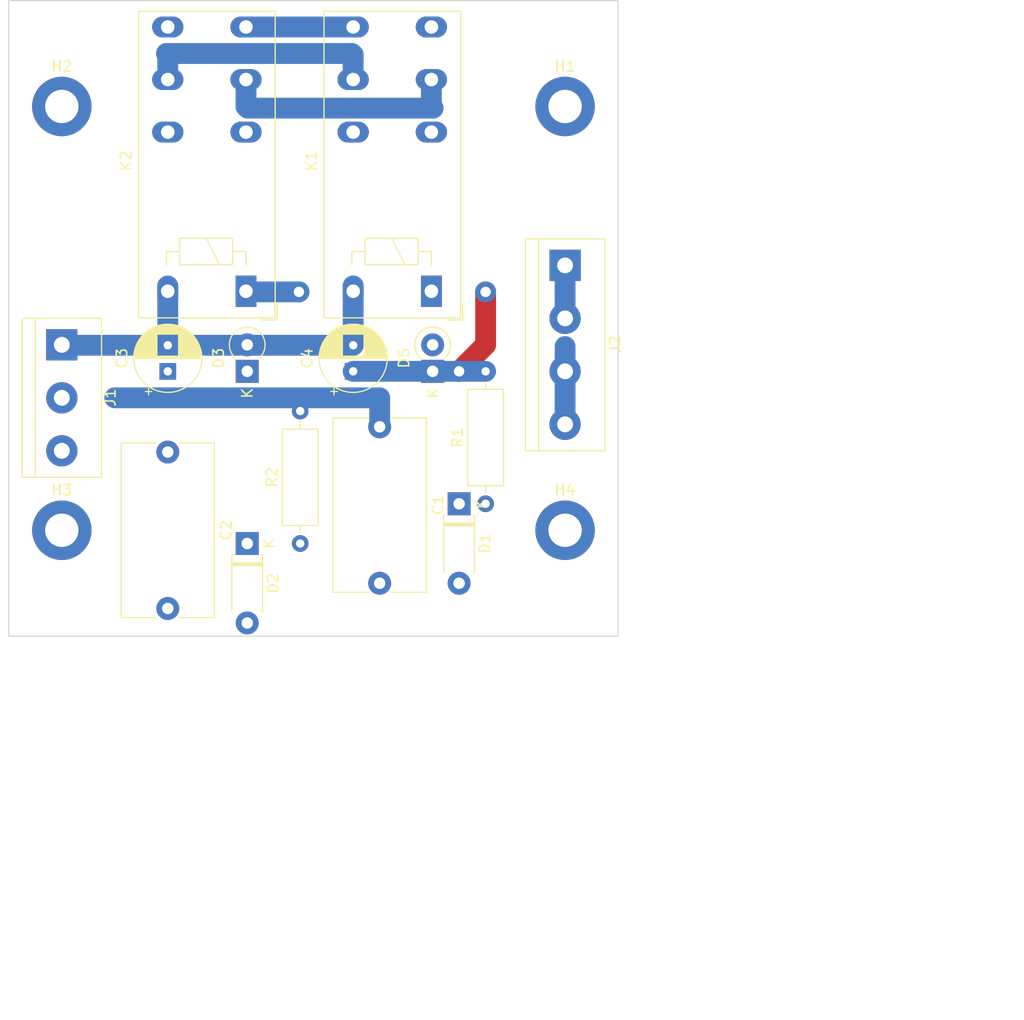
<source format=kicad_pcb>
(kicad_pcb (version 20240108) (generator "pcbnew") (generator_version "8.0")
  (layers (0 "F.Cu" signal) (31 "B.Cu" signal) (34 "B.Paste" user) (35 "F.Paste" user) (36 "B.SilkS" user "B.Silkscreen") (37 "F.SilkS" user "F.Silkscreen") (38 "B.Mask" user) (39 "F.Mask" user) (44 "Edge.Cuts" user))
  (net 0 "")
  (net 1 "/L1_OR_R3_IN")
  (net 2 "/N_IN")
  (net 3 "/E")
  (net 4 "/L1_OR_R3")
  (net 5 "/N")
  (net 10 "Net-(D1-A)")
  (net 11 "Net-(D2-A)")
  (net 12 "/unnulling/CTRL_WRONG")
  (net 13 "/unnulling/CTRL_CORRECT")
  (net 14 "Net-(D1-K)")
  (net 15 "Net-(D2-K)")
  (footprint "Relay_THT:Relay_DPDT_Schrack-RT2-FormC_RM5mm" (layer "F.Cu") (at 83.7 58.36 90)
    (property "Reference" "K1" (at 12.5 -11.5 90) (layer "F.SilkS"))
    (property "Value" "RT424048")
    (pad "11" thru_hole oval (at 20.3 0 270) (size 2 3) (drill 1.3) (layers "*.Cu" "*.Mask" "In1.Cu" "In2.Cu" "In3.Cu" "In4.Cu" "In5.Cu" "In6.Cu" "In7.Cu" "In8.Cu" "In9.Cu" "In10.Cu" "In11.Cu" "In12.Cu" "In13.Cu" "In14.Cu" "In15.Cu" "In16.Cu" "In17.Cu" "In18.Cu" "In19.Cu" "In20.Cu" "In21.Cu" "In22.Cu" "In23.Cu" "In24.Cu" "In25.Cu" "In26.Cu" "In27.Cu" "In28.Cu" "In29.Cu" "In30.Cu") (net 5 "/N"))
    (pad "12" thru_hole oval (at 15.26 0 270) (size 2 3) (drill 1.3) (layers "*.Cu" "*.Mask" "In1.Cu" "In2.Cu" "In3.Cu" "In4.Cu" "In5.Cu" "In6.Cu" "In7.Cu" "In8.Cu" "In9.Cu" "In10.Cu" "In11.Cu" "In12.Cu" "In13.Cu" "In14.Cu" "In15.Cu" "In16.Cu" "In17.Cu" "In18.Cu" "In19.Cu" "In20.Cu" "In21.Cu" "In22.Cu" "In23.Cu" "In24.Cu" "In25.Cu" "In26.Cu" "In27.Cu" "In28.Cu" "In29.Cu" "In30.Cu"))
    (pad "14" thru_hole oval (at 25.34 0 270) (size 2 3) (drill 1.3) (layers "*.Cu" "*.Mask" "In1.Cu" "In2.Cu" "In3.Cu" "In4.Cu" "In5.Cu" "In6.Cu" "In7.Cu" "In8.Cu" "In9.Cu" "In10.Cu" "In11.Cu" "In12.Cu" "In13.Cu" "In14.Cu" "In15.Cu" "In16.Cu" "In17.Cu" "In18.Cu" "In19.Cu" "In20.Cu" "In21.Cu" "In22.Cu" "In23.Cu" "In24.Cu" "In25.Cu" "In26.Cu" "In27.Cu" "In28.Cu" "In29.Cu" "In30.Cu") (net 2 "/N_IN"))
    (pad "21" thru_hole oval (at 20.3 -7.5 270) (size 2 3) (drill 1.3) (layers "*.Cu" "*.Mask" "In1.Cu" "In2.Cu" "In3.Cu" "In4.Cu" "In5.Cu" "In6.Cu" "In7.Cu" "In8.Cu" "In9.Cu" "In10.Cu" "In11.Cu" "In12.Cu" "In13.Cu" "In14.Cu" "In15.Cu" "In16.Cu" "In17.Cu" "In18.Cu" "In19.Cu" "In20.Cu" "In21.Cu" "In22.Cu" "In23.Cu" "In24.Cu" "In25.Cu" "In26.Cu" "In27.Cu" "In28.Cu" "In29.Cu" "In30.Cu") (net 4 "/L1_OR_R3"))
    (pad "22" thru_hole oval (at 15.26 -7.5 270) (size 2 3) (drill 1.3) (layers "*.Cu" "*.Mask" "In1.Cu" "In2.Cu" "In3.Cu" "In4.Cu" "In5.Cu" "In6.Cu" "In7.Cu" "In8.Cu" "In9.Cu" "In10.Cu" "In11.Cu" "In12.Cu" "In13.Cu" "In14.Cu" "In15.Cu" "In16.Cu" "In17.Cu" "In18.Cu" "In19.Cu" "In20.Cu" "In21.Cu" "In22.Cu" "In23.Cu" "In24.Cu" "In25.Cu" "In26.Cu" "In27.Cu" "In28.Cu" "In29.Cu" "In30.Cu"))
    (pad "24" thru_hole oval (at 25.34 -7.5 270) (size 2 3) (drill 1.3) (layers "*.Cu" "*.Mask" "In1.Cu" "In2.Cu" "In3.Cu" "In4.Cu" "In5.Cu" "In6.Cu" "In7.Cu" "In8.Cu" "In9.Cu" "In10.Cu" "In11.Cu" "In12.Cu" "In13.Cu" "In14.Cu" "In15.Cu" "In16.Cu" "In17.Cu" "In18.Cu" "In19.Cu" "In20.Cu" "In21.Cu" "In22.Cu" "In23.Cu" "In24.Cu" "In25.Cu" "In26.Cu" "In27.Cu" "In28.Cu" "In29.Cu" "In30.Cu") (net 1 "/L1_OR_R3_IN"))
    (pad "A1" thru_hole rect (at 0 0 270) (size 3 2) (drill 1.3) (layers "*.Cu" "*.Mask" "In1.Cu" "In2.Cu" "In3.Cu" "In4.Cu" "In5.Cu" "In6.Cu" "In7.Cu" "In8.Cu" "In9.Cu" "In10.Cu" "In11.Cu" "In12.Cu" "In13.Cu" "In14.Cu" "In15.Cu" "In16.Cu" "In17.Cu" "In18.Cu" "In19.Cu" "In20.Cu" "In21.Cu" "In22.Cu" "In23.Cu" "In24.Cu" "In25.Cu" "In26.Cu" "In27.Cu" "In28.Cu" "In29.Cu" "In30.Cu") (net 13 "/unnulling/CTRL_CORRECT"))
    (pad "A2" thru_hole oval (at 0 -7.5 270) (size 3 2) (drill 1.3) (layers "*.Cu" "*.Mask" "In1.Cu" "In2.Cu" "In3.Cu" "In4.Cu" "In5.Cu" "In6.Cu" "In7.Cu" "In8.Cu" "In9.Cu" "In10.Cu" "In11.Cu" "In12.Cu" "In13.Cu" "In14.Cu" "In15.Cu" "In16.Cu" "In17.Cu" "In18.Cu" "In19.Cu" "In20.Cu" "In21.Cu" "In22.Cu" "In23.Cu" "In24.Cu" "In25.Cu" "In26.Cu" "In27.Cu" "In28.Cu" "In29.Cu" "In30.Cu") (net 3 "/E"))
  )
  (footprint "Resistor_THT:R_Axial_DIN0309_L9.0mm_D3.2mm_P12.70mm_Horizontal" (layer "F.Cu") (at 88.9 78.74 90)
    (property "Reference" "R1" (at 6.35 -2.72 90) (layer "F.SilkS"))
    (property "Value" "100 1W")
    (pad "1" thru_hole circle (at 0 0 90) (size 1.6 1.6) (drill 0.8) (layers "*.Cu" "*.Mask" "In1.Cu" "In2.Cu" "In3.Cu" "In4.Cu" "In5.Cu" "In6.Cu" "In7.Cu" "In8.Cu" "In9.Cu" "In10.Cu" "In11.Cu" "In12.Cu" "In13.Cu" "In14.Cu" "In15.Cu" "In16.Cu" "In17.Cu" "In18.Cu" "In19.Cu" "In20.Cu" "In21.Cu" "In22.Cu" "In23.Cu" "In24.Cu" "In25.Cu" "In26.Cu" "In27.Cu" "In28.Cu" "In29.Cu" "In30.Cu") (net 14 "Net-(D1-K)"))
    (pad "2" thru_hole oval (at 12.7 0 90) (size 1.6 1.6) (drill 0.8) (layers "*.Cu" "*.Mask" "In1.Cu" "In2.Cu" "In3.Cu" "In4.Cu" "In5.Cu" "In6.Cu" "In7.Cu" "In8.Cu" "In9.Cu" "In10.Cu" "In11.Cu" "In12.Cu" "In13.Cu" "In14.Cu" "In15.Cu" "In16.Cu" "In17.Cu" "In18.Cu" "In19.Cu" "In20.Cu" "In21.Cu" "In22.Cu" "In23.Cu" "In24.Cu" "In25.Cu" "In26.Cu" "In27.Cu" "In28.Cu" "In29.Cu" "In30.Cu") (net 13 "/unnulling/CTRL_CORRECT"))
  )
  (footprint "Capacitor_THT:CP_Radial_D6.3mm_P2.50mm" (layer "F.Cu") (at 58.42 66.04 90)
    (property "Reference" "C3" (at 1.25 -4.4 90) (layer "F.SilkS"))
    (property "Value" "47micro 63V")
    (pad "1" thru_hole rect (at 0 0 90) (size 1.6 1.6) (drill 0.8) (layers "*.Cu" "*.Mask" "In1.Cu" "In2.Cu" "In3.Cu" "In4.Cu" "In5.Cu" "In6.Cu" "In7.Cu" "In8.Cu" "In9.Cu" "In10.Cu" "In11.Cu" "In12.Cu" "In13.Cu" "In14.Cu" "In15.Cu" "In16.Cu" "In17.Cu" "In18.Cu" "In19.Cu" "In20.Cu" "In21.Cu" "In22.Cu" "In23.Cu" "In24.Cu" "In25.Cu" "In26.Cu" "In27.Cu" "In28.Cu" "In29.Cu" "In30.Cu") (net 12 "/unnulling/CTRL_WRONG"))
    (pad "2" thru_hole circle (at 2.5 0 90) (size 1.6 1.6) (drill 0.8) (layers "*.Cu" "*.Mask" "In1.Cu" "In2.Cu" "In3.Cu" "In4.Cu" "In5.Cu" "In6.Cu" "In7.Cu" "In8.Cu" "In9.Cu" "In10.Cu" "In11.Cu" "In12.Cu" "In13.Cu" "In14.Cu" "In15.Cu" "In16.Cu" "In17.Cu" "In18.Cu" "In19.Cu" "In20.Cu" "In21.Cu" "In22.Cu" "In23.Cu" "In24.Cu" "In25.Cu" "In26.Cu" "In27.Cu" "In28.Cu" "In29.Cu" "In30.Cu") (net 3 "/E"))
  )
  (footprint "Capacitor_THT:CP_Radial_D6.3mm_P2.50mm" (layer "F.Cu") (at 76.2 66.04 90)
    (property "Reference" "C4" (at 1.25 -4.4 90) (layer "F.SilkS"))
    (property "Value" "47u 63V")
    (pad "1" thru_hole rect (at 0 0 90) (size 1.6 1.6) (drill 0.8) (layers "*.Cu" "*.Mask" "In1.Cu" "In2.Cu" "In3.Cu" "In4.Cu" "In5.Cu" "In6.Cu" "In7.Cu" "In8.Cu" "In9.Cu" "In10.Cu" "In11.Cu" "In12.Cu" "In13.Cu" "In14.Cu" "In15.Cu" "In16.Cu" "In17.Cu" "In18.Cu" "In19.Cu" "In20.Cu" "In21.Cu" "In22.Cu" "In23.Cu" "In24.Cu" "In25.Cu" "In26.Cu" "In27.Cu" "In28.Cu" "In29.Cu" "In30.Cu") (net 13 "/unnulling/CTRL_CORRECT"))
    (pad "2" thru_hole circle (at 2.5 0 90) (size 1.6 1.6) (drill 0.8) (layers "*.Cu" "*.Mask" "In1.Cu" "In2.Cu" "In3.Cu" "In4.Cu" "In5.Cu" "In6.Cu" "In7.Cu" "In8.Cu" "In9.Cu" "In10.Cu" "In11.Cu" "In12.Cu" "In13.Cu" "In14.Cu" "In15.Cu" "In16.Cu" "In17.Cu" "In18.Cu" "In19.Cu" "In20.Cu" "In21.Cu" "In22.Cu" "In23.Cu" "In24.Cu" "In25.Cu" "In26.Cu" "In27.Cu" "In28.Cu" "In29.Cu" "In30.Cu") (net 3 "/E"))
  )
  (footprint "TerminalBlock:TerminalBlock_bornier-3_P5.08mm" (layer "F.Cu") (at 48.26 63.5 -90)
    (property "Reference" "J1" (at 5.05 -4.65 90) (layer "F.SilkS"))
    (property "Value" "Screw_Terminal_01x03")
    (pad "1" thru_hole rect (at 0 0 270) (size 3 3) (drill 1.52) (layers "*.Cu" "*.Mask" "In1.Cu" "In2.Cu" "In3.Cu" "In4.Cu" "In5.Cu" "In6.Cu" "In7.Cu" "In8.Cu" "In9.Cu" "In10.Cu" "In11.Cu" "In12.Cu" "In13.Cu" "In14.Cu" "In15.Cu" "In16.Cu" "In17.Cu" "In18.Cu" "In19.Cu" "In20.Cu" "In21.Cu" "In22.Cu" "In23.Cu" "In24.Cu" "In25.Cu" "In26.Cu" "In27.Cu" "In28.Cu" "In29.Cu" "In30.Cu") (net 3 "/E"))
    (pad "2" thru_hole circle (at 5.08 0 270) (size 3 3) (drill 1.52) (layers "*.Cu" "*.Mask" "In1.Cu" "In2.Cu" "In3.Cu" "In4.Cu" "In5.Cu" "In6.Cu" "In7.Cu" "In8.Cu" "In9.Cu" "In10.Cu" "In11.Cu" "In12.Cu" "In13.Cu" "In14.Cu" "In15.Cu" "In16.Cu" "In17.Cu" "In18.Cu" "In19.Cu" "In20.Cu" "In21.Cu" "In22.Cu" "In23.Cu" "In24.Cu" "In25.Cu" "In26.Cu" "In27.Cu" "In28.Cu" "In29.Cu" "In30.Cu") (net 1 "/L1_OR_R3_IN"))
    (pad "3" thru_hole circle (at 10.16 0 270) (size 3 3) (drill 1.52) (layers "*.Cu" "*.Mask" "In1.Cu" "In2.Cu" "In3.Cu" "In4.Cu" "In5.Cu" "In6.Cu" "In7.Cu" "In8.Cu" "In9.Cu" "In10.Cu" "In11.Cu" "In12.Cu" "In13.Cu" "In14.Cu" "In15.Cu" "In16.Cu" "In17.Cu" "In18.Cu" "In19.Cu" "In20.Cu" "In21.Cu" "In22.Cu" "In23.Cu" "In24.Cu" "In25.Cu" "In26.Cu" "In27.Cu" "In28.Cu" "In29.Cu" "In30.Cu") (net 2 "/N_IN"))
  )
  (footprint "Capacitor_THT:C_Rect_L16.5mm_W8.7mm_P15.00mm_MKT" (layer "F.Cu") (at 58.42 73.78 -90)
    (property "Reference" "C2" (at 7.5 -5.6 90) (layer "F.SilkS"))
    (property "Value" "220n 310V X2")
    (pad "1" thru_hole circle (at 0 0 270) (size 2.2 2.2) (drill 1.1) (layers "*.Cu" "*.Mask" "In1.Cu" "In2.Cu" "In3.Cu" "In4.Cu" "In5.Cu" "In6.Cu" "In7.Cu" "In8.Cu" "In9.Cu" "In10.Cu" "In11.Cu" "In12.Cu" "In13.Cu" "In14.Cu" "In15.Cu" "In16.Cu" "In17.Cu" "In18.Cu" "In19.Cu" "In20.Cu" "In21.Cu" "In22.Cu" "In23.Cu" "In24.Cu" "In25.Cu" "In26.Cu" "In27.Cu" "In28.Cu" "In29.Cu" "In30.Cu") (net 2 "/N_IN"))
    (pad "2" thru_hole circle (at 15 0 270) (size 2.2 2.2) (drill 1.1) (layers "*.Cu" "*.Mask" "In1.Cu" "In2.Cu" "In3.Cu" "In4.Cu" "In5.Cu" "In6.Cu" "In7.Cu" "In8.Cu" "In9.Cu" "In10.Cu" "In11.Cu" "In12.Cu" "In13.Cu" "In14.Cu" "In15.Cu" "In16.Cu" "In17.Cu" "In18.Cu" "In19.Cu" "In20.Cu" "In21.Cu" "In22.Cu" "In23.Cu" "In24.Cu" "In25.Cu" "In26.Cu" "In27.Cu" "In28.Cu" "In29.Cu" "In30.Cu") (net 11 "Net-(D2-A)"))
  )
  (footprint "Diode_THT:D_DO-41_SOD81_P7.62mm_Horizontal" (layer "F.Cu") (at 66.04 82.55 -90)
    (property "Reference" "D2" (at 3.81 -2.47 90) (layer "F.SilkS"))
    (property "Value" "1N4007")
    (fp_text user "K" (at 0 -2.1 90) (layer "F.SilkS"))
    (pad "1" thru_hole rect (at 0 0 270) (size 2.2 2.2) (drill 1.1) (layers "*.Cu" "*.Mask" "In1.Cu" "In2.Cu" "In3.Cu" "In4.Cu" "In5.Cu" "In6.Cu" "In7.Cu" "In8.Cu" "In9.Cu" "In10.Cu" "In11.Cu" "In12.Cu" "In13.Cu" "In14.Cu" "In15.Cu" "In16.Cu" "In17.Cu" "In18.Cu" "In19.Cu" "In20.Cu" "In21.Cu" "In22.Cu" "In23.Cu" "In24.Cu" "In25.Cu" "In26.Cu" "In27.Cu" "In28.Cu" "In29.Cu" "In30.Cu") (net 15 "Net-(D2-K)"))
    (pad "2" thru_hole oval (at 7.62 0 270) (size 2.2 2.2) (drill 1.1) (layers "*.Cu" "*.Mask" "In1.Cu" "In2.Cu" "In3.Cu" "In4.Cu" "In5.Cu" "In6.Cu" "In7.Cu" "In8.Cu" "In9.Cu" "In10.Cu" "In11.Cu" "In12.Cu" "In13.Cu" "In14.Cu" "In15.Cu" "In16.Cu" "In17.Cu" "In18.Cu" "In19.Cu" "In20.Cu" "In21.Cu" "In22.Cu" "In23.Cu" "In24.Cu" "In25.Cu" "In26.Cu" "In27.Cu" "In28.Cu" "In29.Cu" "In30.Cu") (net 11 "Net-(D2-A)"))
  )
  (footprint "Resistor_THT:R_Axial_DIN0309_L9.0mm_D3.2mm_P12.70mm_Horizontal" (layer "F.Cu") (at 71.12 82.55 90)
    (property "Reference" "R2" (at 6.35 -2.72 90) (layer "F.SilkS"))
    (property "Value" "100 1W")
    (pad "1" thru_hole circle (at 0 0 90) (size 1.6 1.6) (drill 0.8) (layers "*.Cu" "*.Mask" "In1.Cu" "In2.Cu" "In3.Cu" "In4.Cu" "In5.Cu" "In6.Cu" "In7.Cu" "In8.Cu" "In9.Cu" "In10.Cu" "In11.Cu" "In12.Cu" "In13.Cu" "In14.Cu" "In15.Cu" "In16.Cu" "In17.Cu" "In18.Cu" "In19.Cu" "In20.Cu" "In21.Cu" "In22.Cu" "In23.Cu" "In24.Cu" "In25.Cu" "In26.Cu" "In27.Cu" "In28.Cu" "In29.Cu" "In30.Cu") (net 15 "Net-(D2-K)"))
    (pad "2" thru_hole oval (at 12.7 0 90) (size 1.6 1.6) (drill 0.8) (layers "*.Cu" "*.Mask" "In1.Cu" "In2.Cu" "In3.Cu" "In4.Cu" "In5.Cu" "In6.Cu" "In7.Cu" "In8.Cu" "In9.Cu" "In10.Cu" "In11.Cu" "In12.Cu" "In13.Cu" "In14.Cu" "In15.Cu" "In16.Cu" "In17.Cu" "In18.Cu" "In19.Cu" "In20.Cu" "In21.Cu" "In22.Cu" "In23.Cu" "In24.Cu" "In25.Cu" "In26.Cu" "In27.Cu" "In28.Cu" "In29.Cu" "In30.Cu") (net 12 "/unnulling/CTRL_WRONG"))
  )
  (footprint "Diode_THT:D_DO-41_SOD81_P2.54mm_Vertical_KathodeUp" (layer "F.Cu") (at 83.82 66.04 90)
    (property "Reference" "D5" (at 1.27 -2.750635 90) (layer "F.SilkS"))
    (property "Value" "BZX85C-47")
    (fp_text user "K" (at -2.1 0 90) (layer "F.SilkS"))
    (pad "1" thru_hole rect (at 0 0 90) (size 2.2 2.2) (drill 1.1) (layers "*.Cu" "*.Mask" "In1.Cu" "In2.Cu" "In3.Cu" "In4.Cu" "In5.Cu" "In6.Cu" "In7.Cu" "In8.Cu" "In9.Cu" "In10.Cu" "In11.Cu" "In12.Cu" "In13.Cu" "In14.Cu" "In15.Cu" "In16.Cu" "In17.Cu" "In18.Cu" "In19.Cu" "In20.Cu" "In21.Cu" "In22.Cu" "In23.Cu" "In24.Cu" "In25.Cu" "In26.Cu" "In27.Cu" "In28.Cu" "In29.Cu" "In30.Cu") (net 13 "/unnulling/CTRL_CORRECT"))
    (pad "2" thru_hole oval (at 2.54 0 90) (size 2.2 2.2) (drill 1.1) (layers "*.Cu" "*.Mask" "In1.Cu" "In2.Cu" "In3.Cu" "In4.Cu" "In5.Cu" "In6.Cu" "In7.Cu" "In8.Cu" "In9.Cu" "In10.Cu" "In11.Cu" "In12.Cu" "In13.Cu" "In14.Cu" "In15.Cu" "In16.Cu" "In17.Cu" "In18.Cu" "In19.Cu" "In20.Cu" "In21.Cu" "In22.Cu" "In23.Cu" "In24.Cu" "In25.Cu" "In26.Cu" "In27.Cu" "In28.Cu" "In29.Cu" "In30.Cu") (net 3 "/E"))
  )
  (footprint "Capacitor_THT:C_Rect_L16.5mm_W8.7mm_P15.00mm_MKT" (layer "F.Cu") (at 78.74 71.36 -90)
    (property "Reference" "C1" (at 7.5 -5.6 90) (layer "F.SilkS"))
    (property "Value" "220n 310V X2")
    (pad "1" thru_hole circle (at 0 0 270) (size 2.2 2.2) (drill 1.1) (layers "*.Cu" "*.Mask" "In1.Cu" "In2.Cu" "In3.Cu" "In4.Cu" "In5.Cu" "In6.Cu" "In7.Cu" "In8.Cu" "In9.Cu" "In10.Cu" "In11.Cu" "In12.Cu" "In13.Cu" "In14.Cu" "In15.Cu" "In16.Cu" "In17.Cu" "In18.Cu" "In19.Cu" "In20.Cu" "In21.Cu" "In22.Cu" "In23.Cu" "In24.Cu" "In25.Cu" "In26.Cu" "In27.Cu" "In28.Cu" "In29.Cu" "In30.Cu") (net 1 "/L1_OR_R3_IN"))
    (pad "2" thru_hole circle (at 15 0 270) (size 2.2 2.2) (drill 1.1) (layers "*.Cu" "*.Mask" "In1.Cu" "In2.Cu" "In3.Cu" "In4.Cu" "In5.Cu" "In6.Cu" "In7.Cu" "In8.Cu" "In9.Cu" "In10.Cu" "In11.Cu" "In12.Cu" "In13.Cu" "In14.Cu" "In15.Cu" "In16.Cu" "In17.Cu" "In18.Cu" "In19.Cu" "In20.Cu" "In21.Cu" "In22.Cu" "In23.Cu" "In24.Cu" "In25.Cu" "In26.Cu" "In27.Cu" "In28.Cu" "In29.Cu" "In30.Cu") (net 10 "Net-(D1-A)"))
  )
  (footprint "Relay_THT:Relay_DPDT_Schrack-RT2-FormC_RM5mm" (layer "F.Cu") (at 65.92 58.36 90)
    (property "Reference" "K2" (at 12.5 -11.5 90) (layer "F.SilkS"))
    (property "Value" "RT424048")
    (pad "11" thru_hole oval (at 20.3 0 270) (size 2 3) (drill 1.3) (layers "*.Cu" "*.Mask" "In1.Cu" "In2.Cu" "In3.Cu" "In4.Cu" "In5.Cu" "In6.Cu" "In7.Cu" "In8.Cu" "In9.Cu" "In10.Cu" "In11.Cu" "In12.Cu" "In13.Cu" "In14.Cu" "In15.Cu" "In16.Cu" "In17.Cu" "In18.Cu" "In19.Cu" "In20.Cu" "In21.Cu" "In22.Cu" "In23.Cu" "In24.Cu" "In25.Cu" "In26.Cu" "In27.Cu" "In28.Cu" "In29.Cu" "In30.Cu") (net 5 "/N"))
    (pad "12" thru_hole oval (at 15.26 0 270) (size 2 3) (drill 1.3) (layers "*.Cu" "*.Mask" "In1.Cu" "In2.Cu" "In3.Cu" "In4.Cu" "In5.Cu" "In6.Cu" "In7.Cu" "In8.Cu" "In9.Cu" "In10.Cu" "In11.Cu" "In12.Cu" "In13.Cu" "In14.Cu" "In15.Cu" "In16.Cu" "In17.Cu" "In18.Cu" "In19.Cu" "In20.Cu" "In21.Cu" "In22.Cu" "In23.Cu" "In24.Cu" "In25.Cu" "In26.Cu" "In27.Cu" "In28.Cu" "In29.Cu" "In30.Cu"))
    (pad "14" thru_hole oval (at 25.34 0 270) (size 2 3) (drill 1.3) (layers "*.Cu" "*.Mask" "In1.Cu" "In2.Cu" "In3.Cu" "In4.Cu" "In5.Cu" "In6.Cu" "In7.Cu" "In8.Cu" "In9.Cu" "In10.Cu" "In11.Cu" "In12.Cu" "In13.Cu" "In14.Cu" "In15.Cu" "In16.Cu" "In17.Cu" "In18.Cu" "In19.Cu" "In20.Cu" "In21.Cu" "In22.Cu" "In23.Cu" "In24.Cu" "In25.Cu" "In26.Cu" "In27.Cu" "In28.Cu" "In29.Cu" "In30.Cu") (net 1 "/L1_OR_R3_IN"))
    (pad "21" thru_hole oval (at 20.3 -7.5 270) (size 2 3) (drill 1.3) (layers "*.Cu" "*.Mask" "In1.Cu" "In2.Cu" "In3.Cu" "In4.Cu" "In5.Cu" "In6.Cu" "In7.Cu" "In8.Cu" "In9.Cu" "In10.Cu" "In11.Cu" "In12.Cu" "In13.Cu" "In14.Cu" "In15.Cu" "In16.Cu" "In17.Cu" "In18.Cu" "In19.Cu" "In20.Cu" "In21.Cu" "In22.Cu" "In23.Cu" "In24.Cu" "In25.Cu" "In26.Cu" "In27.Cu" "In28.Cu" "In29.Cu" "In30.Cu") (net 4 "/L1_OR_R3"))
    (pad "22" thru_hole oval (at 15.26 -7.5 270) (size 2 3) (drill 1.3) (layers "*.Cu" "*.Mask" "In1.Cu" "In2.Cu" "In3.Cu" "In4.Cu" "In5.Cu" "In6.Cu" "In7.Cu" "In8.Cu" "In9.Cu" "In10.Cu" "In11.Cu" "In12.Cu" "In13.Cu" "In14.Cu" "In15.Cu" "In16.Cu" "In17.Cu" "In18.Cu" "In19.Cu" "In20.Cu" "In21.Cu" "In22.Cu" "In23.Cu" "In24.Cu" "In25.Cu" "In26.Cu" "In27.Cu" "In28.Cu" "In29.Cu" "In30.Cu"))
    (pad "24" thru_hole oval (at 25.34 -7.5 270) (size 2 3) (drill 1.3) (layers "*.Cu" "*.Mask" "In1.Cu" "In2.Cu" "In3.Cu" "In4.Cu" "In5.Cu" "In6.Cu" "In7.Cu" "In8.Cu" "In9.Cu" "In10.Cu" "In11.Cu" "In12.Cu" "In13.Cu" "In14.Cu" "In15.Cu" "In16.Cu" "In17.Cu" "In18.Cu" "In19.Cu" "In20.Cu" "In21.Cu" "In22.Cu" "In23.Cu" "In24.Cu" "In25.Cu" "In26.Cu" "In27.Cu" "In28.Cu" "In29.Cu" "In30.Cu") (net 2 "/N_IN"))
    (pad "A1" thru_hole rect (at 0 0 270) (size 3 2) (drill 1.3) (layers "*.Cu" "*.Mask" "In1.Cu" "In2.Cu" "In3.Cu" "In4.Cu" "In5.Cu" "In6.Cu" "In7.Cu" "In8.Cu" "In9.Cu" "In10.Cu" "In11.Cu" "In12.Cu" "In13.Cu" "In14.Cu" "In15.Cu" "In16.Cu" "In17.Cu" "In18.Cu" "In19.Cu" "In20.Cu" "In21.Cu" "In22.Cu" "In23.Cu" "In24.Cu" "In25.Cu" "In26.Cu" "In27.Cu" "In28.Cu" "In29.Cu" "In30.Cu") (net 12 "/unnulling/CTRL_WRONG"))
    (pad "A2" thru_hole oval (at 0 -7.5 270) (size 3 2) (drill 1.3) (layers "*.Cu" "*.Mask" "In1.Cu" "In2.Cu" "In3.Cu" "In4.Cu" "In5.Cu" "In6.Cu" "In7.Cu" "In8.Cu" "In9.Cu" "In10.Cu" "In11.Cu" "In12.Cu" "In13.Cu" "In14.Cu" "In15.Cu" "In16.Cu" "In17.Cu" "In18.Cu" "In19.Cu" "In20.Cu" "In21.Cu" "In22.Cu" "In23.Cu" "In24.Cu" "In25.Cu" "In26.Cu" "In27.Cu" "In28.Cu" "In29.Cu" "In30.Cu") (net 3 "/E"))
  )
  (footprint "MountingHole:MountingHole_3.2mm_M3_ISO7380_Pad" (layer "F.Cu") (at 96.52 81.28)
    (property "Reference" "H4" (at 0 -3.85 0) (layer "F.SilkS"))
    (property "Value" "MountingHole")
    (pad "1" thru_hole circle (at 0 0) (size 5.7 5.7) (drill 3.2) (layers "*.Cu" "*.Mask" "In1.Cu" "In2.Cu" "In3.Cu" "In4.Cu" "In5.Cu" "In6.Cu" "In7.Cu" "In8.Cu" "In9.Cu" "In10.Cu" "In11.Cu" "In12.Cu" "In13.Cu" "In14.Cu" "In15.Cu" "In16.Cu" "In17.Cu" "In18.Cu" "In19.Cu" "In20.Cu" "In21.Cu" "In22.Cu" "In23.Cu" "In24.Cu" "In25.Cu" "In26.Cu" "In27.Cu" "In28.Cu" "In29.Cu" "In30.Cu"))
  )
  (footprint "MountingHole:MountingHole_3.2mm_M3_ISO7380_Pad" (layer "F.Cu") (at 96.52 40.64)
    (property "Reference" "H1" (at 0 -3.85 0) (layer "F.SilkS"))
    (property "Value" "MountingHole")
    (pad "1" thru_hole circle (at 0 0) (size 5.7 5.7) (drill 3.2) (layers "*.Cu" "*.Mask" "In1.Cu" "In2.Cu" "In3.Cu" "In4.Cu" "In5.Cu" "In6.Cu" "In7.Cu" "In8.Cu" "In9.Cu" "In10.Cu" "In11.Cu" "In12.Cu" "In13.Cu" "In14.Cu" "In15.Cu" "In16.Cu" "In17.Cu" "In18.Cu" "In19.Cu" "In20.Cu" "In21.Cu" "In22.Cu" "In23.Cu" "In24.Cu" "In25.Cu" "In26.Cu" "In27.Cu" "In28.Cu" "In29.Cu" "In30.Cu"))
  )
  (footprint "MountingHole:MountingHole_3.2mm_M3_ISO7380_Pad" (layer "F.Cu") (at 48.26 40.64)
    (property "Reference" "H2" (at 0 -3.85 0) (layer "F.SilkS"))
    (property "Value" "MountingHole")
    (pad "1" thru_hole circle (at 0 0) (size 5.7 5.7) (drill 3.2) (layers "*.Cu" "*.Mask" "In1.Cu" "In2.Cu" "In3.Cu" "In4.Cu" "In5.Cu" "In6.Cu" "In7.Cu" "In8.Cu" "In9.Cu" "In10.Cu" "In11.Cu" "In12.Cu" "In13.Cu" "In14.Cu" "In15.Cu" "In16.Cu" "In17.Cu" "In18.Cu" "In19.Cu" "In20.Cu" "In21.Cu" "In22.Cu" "In23.Cu" "In24.Cu" "In25.Cu" "In26.Cu" "In27.Cu" "In28.Cu" "In29.Cu" "In30.Cu"))
  )
  (footprint "Diode_THT:D_DO-41_SOD81_P2.54mm_Vertical_KathodeUp" (layer "F.Cu") (at 66.04 66.04 90)
    (property "Reference" "D3" (at 1.27 -2.750635 90) (layer "F.SilkS"))
    (property "Value" "BZX85C-47")
    (fp_text user "K" (at -2.1 0 90) (layer "F.SilkS"))
    (pad "1" thru_hole rect (at 0 0 90) (size 2.2 2.2) (drill 1.1) (layers "*.Cu" "*.Mask" "In1.Cu" "In2.Cu" "In3.Cu" "In4.Cu" "In5.Cu" "In6.Cu" "In7.Cu" "In8.Cu" "In9.Cu" "In10.Cu" "In11.Cu" "In12.Cu" "In13.Cu" "In14.Cu" "In15.Cu" "In16.Cu" "In17.Cu" "In18.Cu" "In19.Cu" "In20.Cu" "In21.Cu" "In22.Cu" "In23.Cu" "In24.Cu" "In25.Cu" "In26.Cu" "In27.Cu" "In28.Cu" "In29.Cu" "In30.Cu") (net 12 "/unnulling/CTRL_WRONG"))
    (pad "2" thru_hole oval (at 2.54 0 90) (size 2.2 2.2) (drill 1.1) (layers "*.Cu" "*.Mask" "In1.Cu" "In2.Cu" "In3.Cu" "In4.Cu" "In5.Cu" "In6.Cu" "In7.Cu" "In8.Cu" "In9.Cu" "In10.Cu" "In11.Cu" "In12.Cu" "In13.Cu" "In14.Cu" "In15.Cu" "In16.Cu" "In17.Cu" "In18.Cu" "In19.Cu" "In20.Cu" "In21.Cu" "In22.Cu" "In23.Cu" "In24.Cu" "In25.Cu" "In26.Cu" "In27.Cu" "In28.Cu" "In29.Cu" "In30.Cu") (net 3 "/E"))
  )
  (footprint "TerminalBlock:TerminalBlock_bornier-4_P5.08mm" (layer "F.Cu") (at 96.52 55.88 -90)
    (property "Reference" "J2" (at 7.6 -4.8 90) (layer "F.SilkS"))
    (property "Value" "Screw_Terminal_01x04")
    (pad "1" thru_hole rect (at 0 0 270) (size 3 3) (drill 1.52) (layers "*.Cu" "*.Mask" "In1.Cu" "In2.Cu" "In3.Cu" "In4.Cu" "In5.Cu" "In6.Cu" "In7.Cu" "In8.Cu" "In9.Cu" "In10.Cu" "In11.Cu" "In12.Cu" "In13.Cu" "In14.Cu" "In15.Cu" "In16.Cu" "In17.Cu" "In18.Cu" "In19.Cu" "In20.Cu" "In21.Cu" "In22.Cu" "In23.Cu" "In24.Cu" "In25.Cu" "In26.Cu" "In27.Cu" "In28.Cu" "In29.Cu" "In30.Cu") (net 4 "/L1_OR_R3"))
    (pad "2" thru_hole circle (at 5.08 0 270) (size 3 3) (drill 1.52) (layers "*.Cu" "*.Mask" "In1.Cu" "In2.Cu" "In3.Cu" "In4.Cu" "In5.Cu" "In6.Cu" "In7.Cu" "In8.Cu" "In9.Cu" "In10.Cu" "In11.Cu" "In12.Cu" "In13.Cu" "In14.Cu" "In15.Cu" "In16.Cu" "In17.Cu" "In18.Cu" "In19.Cu" "In20.Cu" "In21.Cu" "In22.Cu" "In23.Cu" "In24.Cu" "In25.Cu" "In26.Cu" "In27.Cu" "In28.Cu" "In29.Cu" "In30.Cu") (net 4 "/L1_OR_R3"))
    (pad "3" thru_hole circle (at 10.16 0 270) (size 3 3) (drill 1.52) (layers "*.Cu" "*.Mask" "In1.Cu" "In2.Cu" "In3.Cu" "In4.Cu" "In5.Cu" "In6.Cu" "In7.Cu" "In8.Cu" "In9.Cu" "In10.Cu" "In11.Cu" "In12.Cu" "In13.Cu" "In14.Cu" "In15.Cu" "In16.Cu" "In17.Cu" "In18.Cu" "In19.Cu" "In20.Cu" "In21.Cu" "In22.Cu" "In23.Cu" "In24.Cu" "In25.Cu" "In26.Cu" "In27.Cu" "In28.Cu" "In29.Cu" "In30.Cu") (net 5 "/N"))
    (pad "4" thru_hole circle (at 15.24 0 270) (size 3 3) (drill 1.52) (layers "*.Cu" "*.Mask" "In1.Cu" "In2.Cu" "In3.Cu" "In4.Cu" "In5.Cu" "In6.Cu" "In7.Cu" "In8.Cu" "In9.Cu" "In10.Cu" "In11.Cu" "In12.Cu" "In13.Cu" "In14.Cu" "In15.Cu" "In16.Cu" "In17.Cu" "In18.Cu" "In19.Cu" "In20.Cu" "In21.Cu" "In22.Cu" "In23.Cu" "In24.Cu" "In25.Cu" "In26.Cu" "In27.Cu" "In28.Cu" "In29.Cu" "In30.Cu") (net 5 "/N"))
  )
  (footprint "MountingHole:MountingHole_3.2mm_M3_ISO7380_Pad" (layer "F.Cu") (at 48.26 81.28)
    (property "Reference" "H3" (at 0 -3.85 0) (layer "F.SilkS"))
    (property "Value" "MountingHole")
    (pad "1" thru_hole circle (at 0 0) (size 5.7 5.7) (drill 3.2) (layers "*.Cu" "*.Mask" "In1.Cu" "In2.Cu" "In3.Cu" "In4.Cu" "In5.Cu" "In6.Cu" "In7.Cu" "In8.Cu" "In9.Cu" "In10.Cu" "In11.Cu" "In12.Cu" "In13.Cu" "In14.Cu" "In15.Cu" "In16.Cu" "In17.Cu" "In18.Cu" "In19.Cu" "In20.Cu" "In21.Cu" "In22.Cu" "In23.Cu" "In24.Cu" "In25.Cu" "In26.Cu" "In27.Cu" "In28.Cu" "In29.Cu" "In30.Cu"))
  )
  (footprint "Diode_THT:D_DO-41_SOD81_P7.62mm_Horizontal" (layer "F.Cu") (at 86.36 78.74 -90)
    (property "Reference" "D1" (at 3.81 -2.47 -90) (layer "F.SilkS"))
    (property "Value" "1N4007")
    (fp_text user "K" (at 0 -2.1 -90) (layer "F.SilkS"))
    (pad "1" thru_hole rect (at 0 0 270) (size 2.2 2.2) (drill 1.1) (layers "*.Cu" "*.Mask" "In1.Cu" "In2.Cu" "In3.Cu" "In4.Cu" "In5.Cu" "In6.Cu" "In7.Cu" "In8.Cu" "In9.Cu" "In10.Cu" "In11.Cu" "In12.Cu" "In13.Cu" "In14.Cu" "In15.Cu" "In16.Cu" "In17.Cu" "In18.Cu" "In19.Cu" "In20.Cu" "In21.Cu" "In22.Cu" "In23.Cu" "In24.Cu" "In25.Cu" "In26.Cu" "In27.Cu" "In28.Cu" "In29.Cu" "In30.Cu") (net 14 "Net-(D1-K)"))
    (pad "2" thru_hole oval (at 7.62 0 270) (size 2.2 2.2) (drill 1.1) (layers "*.Cu" "*.Mask" "In1.Cu" "In2.Cu" "In3.Cu" "In4.Cu" "In5.Cu" "In6.Cu" "In7.Cu" "In8.Cu" "In9.Cu" "In10.Cu" "In11.Cu" "In12.Cu" "In13.Cu" "In14.Cu" "In15.Cu" "In16.Cu" "In17.Cu" "In18.Cu" "In19.Cu" "In20.Cu" "In21.Cu" "In22.Cu" "In23.Cu" "In24.Cu" "In25.Cu" "In26.Cu" "In27.Cu" "In28.Cu" "In29.Cu" "In30.Cu") (net 10 "Net-(D1-A)"))
  )
  (gr_rect (start 43.18 30.48) (end 101.6 91.44) (stroke (width 0.1)) (fill none) (layer "Edge.Cuts"))
  (segment (start 78.74 68.58) (end 53.34 68.58) (width 2) (layer "B.Cu") (net 1))
  (segment (start 78.74 71.36) (end 78.74 68.58) (width 2) (layer "B.Cu") (net 1))
  (segment (start 76.2 33.02) (end 65.92 33.02) (width 2) (layer "B.Cu") (net 1))
  (segment (start 76.2 63.54) (end 48.3 63.54) (width 2) (layer "B.Cu") (net 3))
  (segment (start 76.2 58.36) (end 76.2 63.54) (width 2) (layer "B.Cu") (net 3))
  (segment (start 58.42 58.36) (end 58.42 63.54) (width 2) (layer "B.Cu") (net 3))
  (segment (start 48.3 63.54) (end 48.26 63.5) (width 2) (layer "B.Cu") (net 3))
  (segment (start 96.52 58.42) (end 96.52 55.88) (width 2) (layer "B.Cu") (net 4))
  (segment (start 96.52 58.42) (end 96.52 60.96) (width 2) (layer "B.Cu") (net 4))
  (segment (start 76.2 38.06) (end 76.2 35.68) (width 2) (layer "B.Cu") (net 4))
  (segment (start 76.2 35.68) (end 76.08 35.56) (width 2) (layer "B.Cu") (net 4))
  (segment (start 58.3 35.56) (end 76.08 35.56) (width 2) (layer "B.Cu") (net 4))
  (segment (start 58.42 35.68) (end 58.3 35.56) (width 2) (layer "B.Cu") (net 4))
  (segment (start 58.42 38.06) (end 58.42 35.68) (width 2) (layer "B.Cu") (net 4))
  (segment (start 83.7 38.06) (end 83.7 40.64) (width 2) (layer "B.Cu") (net 5))
  (segment (start 83.7 40.64) (end 83.86 40.8) (width 2) (layer "B.Cu") (net 5))
  (segment (start 65.92 40.64) (end 66.08 40.8) (width 2) (layer "B.Cu") (net 5))
  (segment (start 65.92 38.06) (end 65.92 40.64) (width 2) (layer "B.Cu") (net 5))
  (segment (start 96.52 63.66) (end 96.52 71.12) (width 2) (layer "B.Cu") (net 5))
  (segment (start 66.08 40.8) (end 83.86 40.8) (width 2) (layer "B.Cu") (net 5))
  (via (at 71 58.42) (size 2) (drill 1) (layers "F.Cu" "B.Cu") (net 12))
  (segment (start 71 58.42) (end 65.98 58.42) (width 2) (layer "B.Cu") (net 12))
  (segment (start 65.98 58.42) (end 65.92 58.36) (width 2) (layer "B.Cu") (net 12))
  (segment (start 86.36 66.04) (end 88.9 63.5) (width 2) (layer "F.Cu") (net 13))
  (segment (start 88.9 63.5) (end 88.9 58.42) (width 2) (layer "F.Cu") (net 13))
  (via (at 88.9 58.42) (size 2) (drill 1) (layers "F.Cu" "B.Cu") (net 13))
  (via (at 86.36 66.04) (size 2) (drill 1) (layers "F.Cu" "B.Cu") (net 13))
  (segment (start 83.82 66.04) (end 88.9 66.04) (width 2) (layer "B.Cu") (net 13))
  (segment (start 83.82 66.04) (end 76.2 66.04) (width 2) (layer "B.Cu") (net 13))
)
</source>
